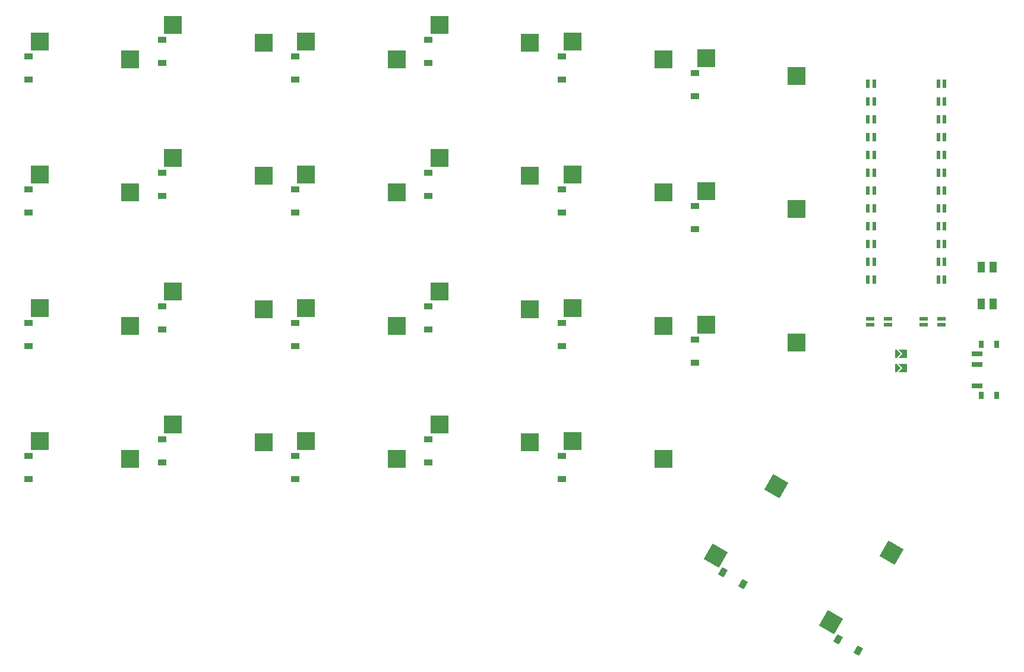
<source format=gbr>
%TF.GenerationSoftware,KiCad,Pcbnew,9.0.2*%
%TF.CreationDate,2025-06-19T22:30:11+08:00*%
%TF.ProjectId,eggada50_wireless_manually_routed,65676761-6461-4353-905f-776972656c65,0.2*%
%TF.SameCoordinates,Original*%
%TF.FileFunction,Paste,Top*%
%TF.FilePolarity,Positive*%
%FSLAX46Y46*%
G04 Gerber Fmt 4.6, Leading zero omitted, Abs format (unit mm)*
G04 Created by KiCad (PCBNEW 9.0.2) date 2025-06-19 22:30:11*
%MOMM*%
%LPD*%
G01*
G04 APERTURE LIST*
G04 Aperture macros list*
%AMRotRect*
0 Rectangle, with rotation*
0 The origin of the aperture is its center*
0 $1 length*
0 $2 width*
0 $3 Rotation angle, in degrees counterclockwise*
0 Add horizontal line*
21,1,$1,$2,0,0,$3*%
%AMFreePoly0*
4,1,6,0.600000,-1.000000,0.000000,-0.400000,-0.600000,-1.000000,-0.600000,0.250000,0.600000,0.250000,0.600000,-1.000000,0.600000,-1.000000,$1*%
%AMFreePoly1*
4,1,6,0.600000,-0.200000,0.600000,-0.400000,-0.600000,-0.400000,-0.600000,-0.200000,0.000000,0.400000,0.600000,-0.200000,0.600000,-0.200000,$1*%
G04 Aperture macros list end*
%ADD10R,2.550000X2.500000*%
%ADD11R,1.200000X0.900000*%
%ADD12RotRect,2.550000X2.500000X60.000000*%
%ADD13R,1.200000X0.600000*%
%ADD14R,0.800000X1.000000*%
%ADD15R,1.500000X0.700000*%
%ADD16R,0.600000X1.200000*%
%ADD17FreePoly0,270.000000*%
%ADD18FreePoly1,270.000000*%
%ADD19RotRect,0.900000X1.200000X150.000000*%
%ADD20R,1.000000X1.550000*%
G04 APERTURE END LIST*
D10*
%TO.C,S31*%
X126085000Y-76085000D03*
X113158000Y-73545000D03*
%TD*%
D11*
%TO.C,D29*%
X92600000Y-43325000D03*
X92600000Y-40025000D03*
%TD*%
D12*
%TO.C,S50*%
X215647278Y-110834210D03*
X206984074Y-120759320D03*
%TD*%
D13*
%TO.C,DISP1*%
X212567000Y-78350000D03*
X215107000Y-78350000D03*
X220187000Y-78350000D03*
X222727000Y-78350000D03*
X212567000Y-77450000D03*
X215107000Y-77450000D03*
X220187000Y-77450000D03*
X222727000Y-77450000D03*
%TD*%
D14*
%TO.C,PWR1*%
X228415000Y-81100000D03*
X228415000Y-88400000D03*
X230625000Y-81100000D03*
X230625000Y-88400000D03*
D15*
X227765000Y-87000000D03*
X227765000Y-84000000D03*
X227765000Y-82500000D03*
%TD*%
D10*
%TO.C,S33*%
X126085000Y-38085000D03*
X113158000Y-35545000D03*
%TD*%
%TO.C,S26*%
X107085000Y-97460000D03*
X94158000Y-94920000D03*
%TD*%
D11*
%TO.C,D38*%
X149600000Y-97950000D03*
X149600000Y-94650000D03*
%TD*%
D10*
%TO.C,S43*%
X183085000Y-78460000D03*
X170158000Y-75920000D03*
%TD*%
D11*
%TO.C,D43*%
X168600000Y-81325000D03*
X168600000Y-78025000D03*
%TD*%
%TO.C,D35*%
X130600000Y-81325000D03*
X130600000Y-78025000D03*
%TD*%
D16*
%TO.C,MCU1*%
X223184000Y-43920000D03*
X223184000Y-46460000D03*
X223184000Y-49000000D03*
X223184000Y-51540000D03*
X223184000Y-54080000D03*
X223184000Y-56620000D03*
X223184000Y-59160000D03*
X223184000Y-61700000D03*
X223184000Y-64240000D03*
X223184000Y-66780000D03*
X223184000Y-69320000D03*
X223184000Y-71860000D03*
X212224000Y-71860000D03*
X212224000Y-69320000D03*
X212224000Y-66780000D03*
X212224000Y-64240000D03*
X212224000Y-61700000D03*
X212224000Y-59160000D03*
X212224000Y-56620000D03*
X212224000Y-54080000D03*
X212224000Y-51540000D03*
X212224000Y-49000000D03*
X212224000Y-46460000D03*
X212224000Y-43920000D03*
X222284000Y-43920000D03*
X222284000Y-46460000D03*
X222284000Y-49000000D03*
X222284000Y-51540000D03*
X222284000Y-54080000D03*
X222284000Y-56620000D03*
X222284000Y-59160000D03*
X222284000Y-61700000D03*
X222284000Y-64240000D03*
X222284000Y-66780000D03*
X222284000Y-69320000D03*
X222284000Y-71860000D03*
X213124000Y-71860000D03*
X213124000Y-69320000D03*
X213124000Y-66780000D03*
X213124000Y-64240000D03*
X213124000Y-61700000D03*
X213124000Y-59160000D03*
X213124000Y-56620000D03*
X213124000Y-54080000D03*
X213124000Y-51540000D03*
X213124000Y-49000000D03*
X213124000Y-46460000D03*
X213124000Y-43920000D03*
%TD*%
D10*
%TO.C,S38*%
X164085000Y-95085000D03*
X151158000Y-92545000D03*
%TD*%
%TO.C,S29*%
X107085000Y-40460000D03*
X94158000Y-37920000D03*
%TD*%
%TO.C,S46*%
X202085000Y-80835000D03*
X189158000Y-78295000D03*
%TD*%
%TO.C,S34*%
X145085000Y-97460000D03*
X132158000Y-94920000D03*
%TD*%
D11*
%TO.C,D47*%
X187600000Y-64700000D03*
X187600000Y-61400000D03*
%TD*%
D17*
%TO.C,JST1*%
X217566000Y-84500000D03*
X217566000Y-82500000D03*
D18*
X216550000Y-84500000D03*
X216550000Y-82500000D03*
%TD*%
D11*
%TO.C,D32*%
X111600000Y-59950000D03*
X111600000Y-56650000D03*
%TD*%
D10*
%TO.C,S40*%
X164085000Y-57085000D03*
X151158000Y-54545000D03*
%TD*%
D19*
%TO.C,D50*%
X210885941Y-124811088D03*
X208028057Y-123161088D03*
%TD*%
D10*
%TO.C,S48*%
X202085000Y-42835000D03*
X189158000Y-40295000D03*
%TD*%
D11*
%TO.C,D45*%
X168600000Y-43325000D03*
X168600000Y-40025000D03*
%TD*%
D10*
%TO.C,S39*%
X164085000Y-76085000D03*
X151158000Y-73545000D03*
%TD*%
D11*
%TO.C,D26*%
X92600000Y-100325000D03*
X92600000Y-97025000D03*
%TD*%
D10*
%TO.C,S44*%
X183085000Y-59460000D03*
X170158000Y-56920000D03*
%TD*%
%TO.C,S47*%
X202085000Y-61835000D03*
X189158000Y-59295000D03*
%TD*%
D11*
%TO.C,D41*%
X149600000Y-40950000D03*
X149600000Y-37650000D03*
%TD*%
D10*
%TO.C,S35*%
X145085000Y-78460000D03*
X132158000Y-75920000D03*
%TD*%
D11*
%TO.C,D46*%
X187600000Y-83700000D03*
X187600000Y-80400000D03*
%TD*%
D10*
%TO.C,S32*%
X126085000Y-57085000D03*
X113158000Y-54545000D03*
%TD*%
%TO.C,S36*%
X145085000Y-59460000D03*
X132158000Y-56920000D03*
%TD*%
D11*
%TO.C,D40*%
X149600000Y-59950000D03*
X149600000Y-56650000D03*
%TD*%
D12*
%TO.C,S49*%
X199192795Y-101334210D03*
X190529591Y-111259320D03*
%TD*%
D10*
%TO.C,S28*%
X107085000Y-59460000D03*
X94158000Y-56920000D03*
%TD*%
D20*
%TO.C,RST1*%
X230100000Y-75375000D03*
X228400000Y-75375000D03*
X230100000Y-70125000D03*
X228400000Y-70125000D03*
%TD*%
D11*
%TO.C,D44*%
X168600000Y-62325000D03*
X168600000Y-59025000D03*
%TD*%
D10*
%TO.C,S37*%
X145085000Y-40460000D03*
X132158000Y-37920000D03*
%TD*%
D11*
%TO.C,D31*%
X111600000Y-78950000D03*
X111600000Y-75650000D03*
%TD*%
%TO.C,D42*%
X168600000Y-100325000D03*
X168600000Y-97025000D03*
%TD*%
%TO.C,D34*%
X130600000Y-100325000D03*
X130600000Y-97025000D03*
%TD*%
D10*
%TO.C,S30*%
X126085000Y-95085000D03*
X113158000Y-92545000D03*
%TD*%
%TO.C,S42*%
X183085000Y-97460000D03*
X170158000Y-94920000D03*
%TD*%
D11*
%TO.C,D39*%
X149600000Y-78950000D03*
X149600000Y-75650000D03*
%TD*%
%TO.C,D28*%
X92600000Y-62325000D03*
X92600000Y-59025000D03*
%TD*%
D10*
%TO.C,S27*%
X107085000Y-78460000D03*
X94158000Y-75920000D03*
%TD*%
%TO.C,S45*%
X183085000Y-40460000D03*
X170158000Y-37920000D03*
%TD*%
D11*
%TO.C,D36*%
X130600000Y-62325000D03*
X130600000Y-59025000D03*
%TD*%
%TO.C,D27*%
X92600000Y-81325000D03*
X92600000Y-78025000D03*
%TD*%
%TO.C,D33*%
X111600000Y-40950000D03*
X111600000Y-37650000D03*
%TD*%
%TO.C,D37*%
X130600000Y-43325000D03*
X130600000Y-40025000D03*
%TD*%
D19*
%TO.C,D49*%
X194431458Y-115311088D03*
X191573574Y-113661088D03*
%TD*%
D11*
%TO.C,D30*%
X111600000Y-97950000D03*
X111600000Y-94650000D03*
%TD*%
D10*
%TO.C,S41*%
X164085000Y-38085000D03*
X151158000Y-35545000D03*
%TD*%
D11*
%TO.C,D48*%
X187600000Y-45700000D03*
X187600000Y-42400000D03*
%TD*%
M02*

</source>
